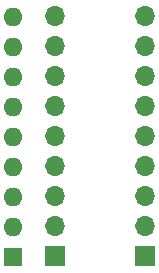
<source format=gbr>
%TF.GenerationSoftware,KiCad,Pcbnew,(5.1.9)-1*%
%TF.CreationDate,2021-02-04T07:54:42-05:00*%
%TF.ProjectId,NerdConsole_BreadBoard_BridgeMonitor8,4e657264-436f-46e7-936f-6c655f427265,rev?*%
%TF.SameCoordinates,Original*%
%TF.FileFunction,Soldermask,Bot*%
%TF.FilePolarity,Negative*%
%FSLAX46Y46*%
G04 Gerber Fmt 4.6, Leading zero omitted, Abs format (unit mm)*
G04 Created by KiCad (PCBNEW (5.1.9)-1) date 2021-02-04 07:54:42*
%MOMM*%
%LPD*%
G01*
G04 APERTURE LIST*
%ADD10O,1.700000X1.700000*%
%ADD11R,1.700000X1.700000*%
%ADD12R,1.600000X1.600000*%
%ADD13O,1.600000X1.600000*%
G04 APERTURE END LIST*
D10*
%TO.C,J1*%
X96200000Y-77830000D03*
X96200000Y-80370000D03*
X96200000Y-82910000D03*
X96200000Y-85450000D03*
X96200000Y-87990000D03*
X96200000Y-90530000D03*
X96200000Y-93070000D03*
X96200000Y-95610000D03*
D11*
X96200000Y-98150000D03*
%TD*%
%TO.C,J2*%
X103800000Y-98150000D03*
D10*
X103800000Y-95610000D03*
X103800000Y-93070000D03*
X103800000Y-90530000D03*
X103800000Y-87990000D03*
X103800000Y-85450000D03*
X103800000Y-82910000D03*
X103800000Y-80370000D03*
X103800000Y-77830000D03*
%TD*%
D12*
%TO.C,RN1*%
X92650000Y-98175000D03*
D13*
X92650000Y-95635000D03*
X92650000Y-93095000D03*
X92650000Y-90555000D03*
X92650000Y-88015000D03*
X92650000Y-85475000D03*
X92650000Y-82935000D03*
X92650000Y-80395000D03*
X92650000Y-77855000D03*
%TD*%
M02*

</source>
